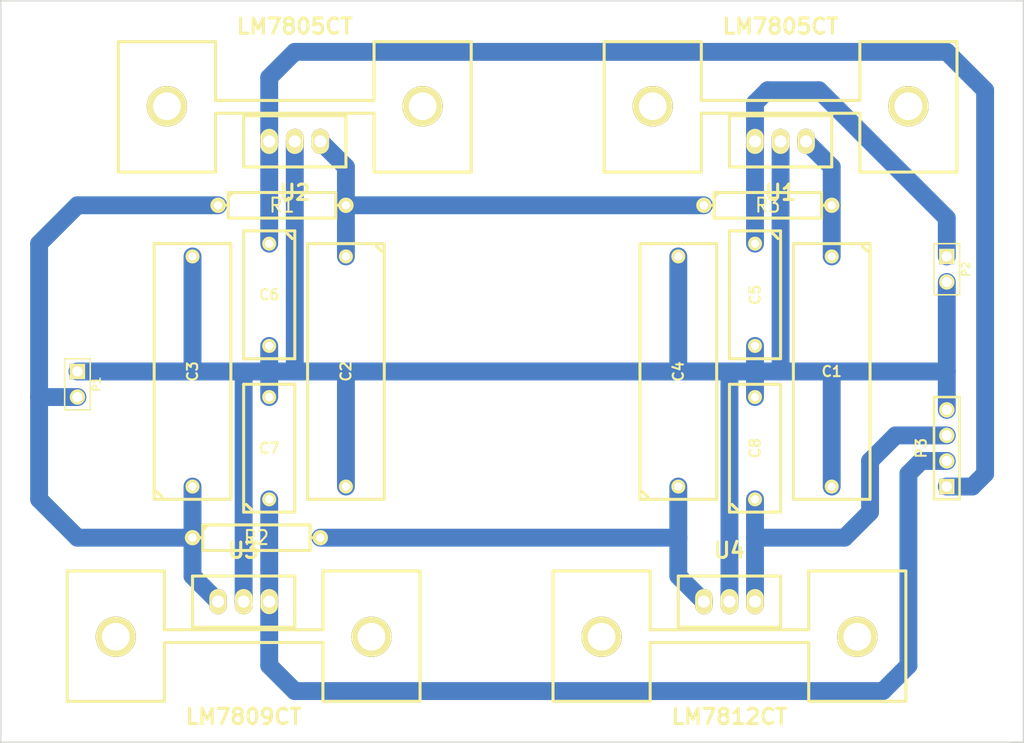
<source format=kicad_pcb>
(kicad_pcb (version 3) (host pcbnew "(2013-mar-25)-stable")

  (general
    (links 33)
    (no_connects 0)
    (area 159.944999 100.254999 259.155001 174.065001)
    (thickness 1.6)
    (drawings 11)
    (tracks 75)
    (zones 0)
    (modules 18)
    (nets 10)
  )

  (page A3)
  (layers
    (15 F.Cu signal)
    (0 B.Cu signal)
    (17 F.Adhes user)
    (19 F.Paste user)
    (21 F.SilkS user)
    (23 F.Mask user)
    (28 Edge.Cuts user)
  )

  (setup
    (last_trace_width 1.778)
    (trace_clearance 0.254)
    (zone_clearance 0.508)
    (zone_45_only no)
    (trace_min 0.254)
    (segment_width 0.2)
    (edge_width 0.15)
    (via_size 1.27)
    (via_drill 0.635)
    (via_min_size 0.889)
    (via_min_drill 0.508)
    (uvia_size 0.508)
    (uvia_drill 0.127)
    (uvias_allowed no)
    (uvia_min_size 0.508)
    (uvia_min_drill 0.127)
    (pcb_text_width 0.3)
    (pcb_text_size 1 1)
    (mod_edge_width 0.15)
    (mod_text_size 1 1)
    (mod_text_width 0.15)
    (pad_size 1 1)
    (pad_drill 0.6)
    (pad_to_mask_clearance 0)
    (aux_axis_origin 157.48 100.33)
    (visible_elements FFFFFBBF)
    (pcbplotparams
      (layerselection 3178497)
      (usegerberextensions true)
      (excludeedgelayer true)
      (linewidth 152400)
      (plotframeref false)
      (viasonmask false)
      (mode 1)
      (useauxorigin false)
      (hpglpennumber 1)
      (hpglpenspeed 20)
      (hpglpendiameter 15)
      (hpglpenoverlay 2)
      (psnegative false)
      (psa4output false)
      (plotreference true)
      (plotvalue true)
      (plotothertext true)
      (plotinvisibletext false)
      (padsonsilk false)
      (subtractmaskfromsilk false)
      (outputformat 1)
      (mirror false)
      (drillshape 1)
      (scaleselection 1)
      (outputdirectory ""))
  )

  (net 0 "")
  (net 1 +24V)
  (net 2 GND)
  (net 3 N-000001)
  (net 4 N-000002)
  (net 5 N-000003)
  (net 6 N-000004)
  (net 7 N-000005)
  (net 8 N-000008)
  (net 9 N-000009)

  (net_class Default "This is the default net class."
    (clearance 0.254)
    (trace_width 1.778)
    (via_dia 1.27)
    (via_drill 0.635)
    (uvia_dia 0.508)
    (uvia_drill 0.127)
    (add_net "")
    (add_net +24V)
    (add_net GND)
    (add_net N-000001)
    (add_net N-000002)
    (add_net N-000003)
    (add_net N-000004)
    (add_net N-000005)
    (add_net N-000008)
    (add_net N-000009)
  )

  (net_class Power ""
    (clearance 0.254)
    (trace_width 1.016)
    (via_dia 0.889)
    (via_drill 0.635)
    (uvia_dia 0.508)
    (uvia_drill 0.127)
  )

  (module PIN_ARRAY_4x1 (layer F.Cu) (tedit 4C10F42E) (tstamp 522F9905)
    (at 251.46 144.78 90)
    (descr "Double rangee de contacts 2 x 5 pins")
    (tags CONN)
    (path /522F911E)
    (fp_text reference P3 (at 0 -2.54 90) (layer F.SilkS)
      (effects (font (size 1.016 1.016) (thickness 0.2032)))
    )
    (fp_text value CONN_4 (at 0 2.54 90) (layer F.SilkS) hide
      (effects (font (size 1.016 1.016) (thickness 0.2032)))
    )
    (fp_line (start 5.08 1.27) (end -5.08 1.27) (layer F.SilkS) (width 0.254))
    (fp_line (start 5.08 -1.27) (end -5.08 -1.27) (layer F.SilkS) (width 0.254))
    (fp_line (start -5.08 -1.27) (end -5.08 1.27) (layer F.SilkS) (width 0.254))
    (fp_line (start 5.08 1.27) (end 5.08 -1.27) (layer F.SilkS) (width 0.254))
    (pad 1 thru_hole rect (at -3.81 0 90) (size 1.524 1.524) (drill 1.016)
      (layers *.Cu *.Mask F.SilkS)
      (net 9 N-000009)
    )
    (pad 2 thru_hole circle (at -1.27 0 90) (size 1.524 1.524) (drill 1.016)
      (layers *.Cu *.Mask F.SilkS)
      (net 4 N-000002)
    )
    (pad 3 thru_hole circle (at 1.27 0 90) (size 1.524 1.524) (drill 1.016)
      (layers *.Cu *.Mask F.SilkS)
      (net 8 N-000008)
    )
    (pad 4 thru_hole circle (at 3.81 0 90) (size 1.524 1.524) (drill 1.016)
      (layers *.Cu *.Mask F.SilkS)
      (net 2 GND)
    )
    (model pin_array\pins_array_4x1.wrl
      (at (xyz 0 0 0))
      (scale (xyz 1 1 1))
      (rotate (xyz 0 0 0))
    )
  )

  (module PIN_ARRAY_2X1 (layer F.Cu) (tedit 4565C520) (tstamp 522F990F)
    (at 251.46 127 270)
    (descr "Connecteurs 2 pins")
    (tags "CONN DEV")
    (path /522F90CC)
    (fp_text reference P2 (at 0 -1.905 270) (layer F.SilkS)
      (effects (font (size 0.762 0.762) (thickness 0.1524)))
    )
    (fp_text value CONN_2 (at 0 -1.905 270) (layer F.SilkS) hide
      (effects (font (size 0.762 0.762) (thickness 0.1524)))
    )
    (fp_line (start -2.54 1.27) (end -2.54 -1.27) (layer F.SilkS) (width 0.1524))
    (fp_line (start -2.54 -1.27) (end 2.54 -1.27) (layer F.SilkS) (width 0.1524))
    (fp_line (start 2.54 -1.27) (end 2.54 1.27) (layer F.SilkS) (width 0.1524))
    (fp_line (start 2.54 1.27) (end -2.54 1.27) (layer F.SilkS) (width 0.1524))
    (pad 1 thru_hole rect (at -1.27 0 270) (size 1.524 1.524) (drill 1.016)
      (layers *.Cu *.Mask F.SilkS)
      (net 6 N-000004)
    )
    (pad 2 thru_hole circle (at 1.27 0 270) (size 1.524 1.524) (drill 1.016)
      (layers *.Cu *.Mask F.SilkS)
      (net 2 GND)
    )
    (model pin_array/pins_array_2x1.wrl
      (at (xyz 0 0 0))
      (scale (xyz 1 1 1))
      (rotate (xyz 0 0 0))
    )
  )

  (module PIN_ARRAY_2X1 (layer F.Cu) (tedit 4565C520) (tstamp 522F9919)
    (at 165.1 138.43 270)
    (descr "Connecteurs 2 pins")
    (tags "CONN DEV")
    (path /522F93F9)
    (fp_text reference P1 (at 0 -1.905 270) (layer F.SilkS)
      (effects (font (size 0.762 0.762) (thickness 0.1524)))
    )
    (fp_text value CONN_2 (at 0 -1.905 270) (layer F.SilkS) hide
      (effects (font (size 0.762 0.762) (thickness 0.1524)))
    )
    (fp_line (start -2.54 1.27) (end -2.54 -1.27) (layer F.SilkS) (width 0.1524))
    (fp_line (start -2.54 -1.27) (end 2.54 -1.27) (layer F.SilkS) (width 0.1524))
    (fp_line (start 2.54 -1.27) (end 2.54 1.27) (layer F.SilkS) (width 0.1524))
    (fp_line (start 2.54 1.27) (end -2.54 1.27) (layer F.SilkS) (width 0.1524))
    (pad 1 thru_hole rect (at -1.27 0 270) (size 1.524 1.524) (drill 1.016)
      (layers *.Cu *.Mask F.SilkS)
      (net 2 GND)
    )
    (pad 2 thru_hole circle (at 1.27 0 270) (size 1.524 1.524) (drill 1.016)
      (layers *.Cu *.Mask F.SilkS)
      (net 1 +24V)
    )
    (model pin_array/pins_array_2x1.wrl
      (at (xyz 0 0 0))
      (scale (xyz 1 1 1))
      (rotate (xyz 0 0 0))
    )
  )

  (module C9 (layer F.Cu) (tedit 522FA179) (tstamp 522F9924)
    (at 240.03 137.16 270)
    (descr "Capacitor w9")
    (tags C)
    (path /522F8E8A)
    (fp_text reference C1 (at 0 0 360) (layer F.SilkS)
      (effects (font (size 1.016 1.016) (thickness 0.2032)))
    )
    (fp_text value 330nF (at 0 0 270) (layer F.SilkS) hide
      (effects (font (size 1.016 1.016) (thickness 0.2032)))
    )
    (fp_line (start -12.7 -3.81) (end 12.7 -3.81) (layer F.SilkS) (width 0.3))
    (fp_line (start 12.7 -3.81) (end 12.7 3.81) (layer F.SilkS) (width 0.3))
    (fp_line (start 12.7 3.81) (end -12.7 3.81) (layer F.SilkS) (width 0.3))
    (fp_line (start -12.7 3.81) (end -12.7 -3.81) (layer F.SilkS) (width 0.3))
    (fp_line (start -12.446 -3.048) (end -11.938 -3.556) (layer F.SilkS) (width 0.3048))
    (pad 1 thru_hole circle (at -11.43 0 270) (size 1.397 1.397) (drill 0.8128)
      (layers *.Cu *.Mask F.SilkS)
      (net 7 N-000005)
    )
    (pad 2 thru_hole circle (at 11.43 0 270) (size 1.397 1.397) (drill 0.8128)
      (layers *.Cu *.Mask F.SilkS)
      (net 2 GND)
    )
    (model discret/capa_2pas_5x5mm.wrl
      (at (xyz 0 0 0))
      (scale (xyz 1 1 1))
      (rotate (xyz 0 0 0))
    )
  )

  (module C9 (layer F.Cu) (tedit 522CB7ED) (tstamp 522F992F)
    (at 191.77 137.16 270)
    (descr "Capacitor w9")
    (tags C)
    (path /522F8EA8)
    (fp_text reference C2 (at 0 0 270) (layer F.SilkS)
      (effects (font (size 1.016 1.016) (thickness 0.2032)))
    )
    (fp_text value 330nF (at 0 0 270) (layer F.SilkS) hide
      (effects (font (size 1.016 1.016) (thickness 0.2032)))
    )
    (fp_line (start -12.7 -3.81) (end 12.7 -3.81) (layer F.SilkS) (width 0.3))
    (fp_line (start 12.7 -3.81) (end 12.7 3.81) (layer F.SilkS) (width 0.3))
    (fp_line (start 12.7 3.81) (end -12.7 3.81) (layer F.SilkS) (width 0.3))
    (fp_line (start -12.7 3.81) (end -12.7 -3.81) (layer F.SilkS) (width 0.3))
    (fp_line (start -12.446 -3.048) (end -11.938 -3.556) (layer F.SilkS) (width 0.3048))
    (pad 1 thru_hole circle (at -11.43 0 270) (size 1.397 1.397) (drill 0.8128)
      (layers *.Cu *.Mask F.SilkS)
      (net 5 N-000003)
    )
    (pad 2 thru_hole circle (at 11.43 0 270) (size 1.397 1.397) (drill 0.8128)
      (layers *.Cu *.Mask F.SilkS)
      (net 2 GND)
    )
    (model discret/capa_2pas_5x5mm.wrl
      (at (xyz 0 0 0))
      (scale (xyz 1 1 1))
      (rotate (xyz 0 0 0))
    )
  )

  (module C9 (layer F.Cu) (tedit 522CB7ED) (tstamp 522F993A)
    (at 176.53 137.16 90)
    (descr "Capacitor w9")
    (tags C)
    (path /522F8EC6)
    (fp_text reference C3 (at 0 0 90) (layer F.SilkS)
      (effects (font (size 1.016 1.016) (thickness 0.2032)))
    )
    (fp_text value 330nF (at 0 0 90) (layer F.SilkS) hide
      (effects (font (size 1.016 1.016) (thickness 0.2032)))
    )
    (fp_line (start -12.7 -3.81) (end 12.7 -3.81) (layer F.SilkS) (width 0.3))
    (fp_line (start 12.7 -3.81) (end 12.7 3.81) (layer F.SilkS) (width 0.3))
    (fp_line (start 12.7 3.81) (end -12.7 3.81) (layer F.SilkS) (width 0.3))
    (fp_line (start -12.7 3.81) (end -12.7 -3.81) (layer F.SilkS) (width 0.3))
    (fp_line (start -12.446 -3.048) (end -11.938 -3.556) (layer F.SilkS) (width 0.3048))
    (pad 1 thru_hole circle (at -11.43 0 90) (size 1.397 1.397) (drill 0.8128)
      (layers *.Cu *.Mask F.SilkS)
      (net 1 +24V)
    )
    (pad 2 thru_hole circle (at 11.43 0 90) (size 1.397 1.397) (drill 0.8128)
      (layers *.Cu *.Mask F.SilkS)
      (net 2 GND)
    )
    (model discret/capa_2pas_5x5mm.wrl
      (at (xyz 0 0 0))
      (scale (xyz 1 1 1))
      (rotate (xyz 0 0 0))
    )
  )

  (module C9 (layer F.Cu) (tedit 522CB7ED) (tstamp 522F9945)
    (at 224.79 137.16 90)
    (descr "Capacitor w9")
    (tags C)
    (path /522F8EE4)
    (fp_text reference C4 (at 0 0 90) (layer F.SilkS)
      (effects (font (size 1.016 1.016) (thickness 0.2032)))
    )
    (fp_text value 330nF (at 0 0 90) (layer F.SilkS) hide
      (effects (font (size 1.016 1.016) (thickness 0.2032)))
    )
    (fp_line (start -12.7 -3.81) (end 12.7 -3.81) (layer F.SilkS) (width 0.3))
    (fp_line (start 12.7 -3.81) (end 12.7 3.81) (layer F.SilkS) (width 0.3))
    (fp_line (start 12.7 3.81) (end -12.7 3.81) (layer F.SilkS) (width 0.3))
    (fp_line (start -12.7 3.81) (end -12.7 -3.81) (layer F.SilkS) (width 0.3))
    (fp_line (start -12.446 -3.048) (end -11.938 -3.556) (layer F.SilkS) (width 0.3048))
    (pad 1 thru_hole circle (at -11.43 0 90) (size 1.397 1.397) (drill 0.8128)
      (layers *.Cu *.Mask F.SilkS)
      (net 3 N-000001)
    )
    (pad 2 thru_hole circle (at 11.43 0 90) (size 1.397 1.397) (drill 0.8128)
      (layers *.Cu *.Mask F.SilkS)
      (net 2 GND)
    )
    (model discret/capa_2pas_5x5mm.wrl
      (at (xyz 0 0 0))
      (scale (xyz 1 1 1))
      (rotate (xyz 0 0 0))
    )
  )

  (module C4 (layer F.Cu) (tedit 522CBC38) (tstamp 522F9950)
    (at 232.41 129.54 270)
    (descr "Capacitor w9")
    (tags C)
    (path /522F8E99)
    (fp_text reference C5 (at 0 0 270) (layer F.SilkS)
      (effects (font (size 1.016 1.016) (thickness 0.2032)))
    )
    (fp_text value 100nF (at 0 0 270) (layer F.SilkS) hide
      (effects (font (size 1.016 1.016) (thickness 0.2032)))
    )
    (fp_line (start -6.35 -2.54) (end 6.35 -2.54) (layer F.SilkS) (width 0.3))
    (fp_line (start 6.35 -2.54) (end 6.35 2.54) (layer F.SilkS) (width 0.3))
    (fp_line (start 6.35 2.54) (end -6.35 2.54) (layer F.SilkS) (width 0.3))
    (fp_line (start -6.35 2.54) (end -6.35 -2.54) (layer F.SilkS) (width 0.3))
    (fp_line (start -6.096 -1.778) (end -5.588 -2.286) (layer F.SilkS) (width 0.3048))
    (pad 1 thru_hole circle (at -5.08 0 270) (size 1.397 1.397) (drill 0.8128)
      (layers *.Cu *.Mask F.SilkS)
      (net 6 N-000004)
    )
    (pad 2 thru_hole circle (at 5.08 0 270) (size 1.397 1.397) (drill 0.8128)
      (layers *.Cu *.Mask F.SilkS)
      (net 2 GND)
    )
    (model discret/capa_2pas_5x5mm.wrl
      (at (xyz 0 0 0))
      (scale (xyz 1 1 1))
      (rotate (xyz 0 0 0))
    )
  )

  (module C4 (layer F.Cu) (tedit 522FA190) (tstamp 522F995B)
    (at 184.15 129.54 270)
    (descr "Capacitor w9")
    (tags C)
    (path /522F8EB7)
    (fp_text reference C6 (at 0 0 360) (layer F.SilkS)
      (effects (font (size 1.016 1.016) (thickness 0.2032)))
    )
    (fp_text value 100nF (at 0 0 270) (layer F.SilkS) hide
      (effects (font (size 1.016 1.016) (thickness 0.2032)))
    )
    (fp_line (start -6.35 -2.54) (end 6.35 -2.54) (layer F.SilkS) (width 0.3))
    (fp_line (start 6.35 -2.54) (end 6.35 2.54) (layer F.SilkS) (width 0.3))
    (fp_line (start 6.35 2.54) (end -6.35 2.54) (layer F.SilkS) (width 0.3))
    (fp_line (start -6.35 2.54) (end -6.35 -2.54) (layer F.SilkS) (width 0.3))
    (fp_line (start -6.096 -1.778) (end -5.588 -2.286) (layer F.SilkS) (width 0.3048))
    (pad 1 thru_hole circle (at -5.08 0 270) (size 1.397 1.397) (drill 0.8128)
      (layers *.Cu *.Mask F.SilkS)
      (net 9 N-000009)
    )
    (pad 2 thru_hole circle (at 5.08 0 270) (size 1.397 1.397) (drill 0.8128)
      (layers *.Cu *.Mask F.SilkS)
      (net 2 GND)
    )
    (model discret/capa_2pas_5x5mm.wrl
      (at (xyz 0 0 0))
      (scale (xyz 1 1 1))
      (rotate (xyz 0 0 0))
    )
  )

  (module C4 (layer F.Cu) (tedit 522FA082) (tstamp 522F9966)
    (at 184.15 144.78 90)
    (descr "Capacitor w9")
    (tags C)
    (path /522F8ED5)
    (fp_text reference C7 (at 0 0 180) (layer F.SilkS)
      (effects (font (size 1.016 1.016) (thickness 0.2032)))
    )
    (fp_text value 100nF (at 0 0 90) (layer F.SilkS) hide
      (effects (font (size 1.016 1.016) (thickness 0.2032)))
    )
    (fp_line (start -6.35 -2.54) (end 6.35 -2.54) (layer F.SilkS) (width 0.3))
    (fp_line (start 6.35 -2.54) (end 6.35 2.54) (layer F.SilkS) (width 0.3))
    (fp_line (start 6.35 2.54) (end -6.35 2.54) (layer F.SilkS) (width 0.3))
    (fp_line (start -6.35 2.54) (end -6.35 -2.54) (layer F.SilkS) (width 0.3))
    (fp_line (start -6.096 -1.778) (end -5.588 -2.286) (layer F.SilkS) (width 0.3048))
    (pad 1 thru_hole circle (at -5.08 0 90) (size 1.397 1.397) (drill 0.8128)
      (layers *.Cu *.Mask F.SilkS)
      (net 4 N-000002)
    )
    (pad 2 thru_hole circle (at 5.08 0 90) (size 1.397 1.397) (drill 0.8128)
      (layers *.Cu *.Mask F.SilkS)
      (net 2 GND)
    )
    (model discret/capa_2pas_5x5mm.wrl
      (at (xyz 0 0 0))
      (scale (xyz 1 1 1))
      (rotate (xyz 0 0 0))
    )
  )

  (module C4 (layer F.Cu) (tedit 522FA1AC) (tstamp 522F9971)
    (at 232.41 144.78 90)
    (descr "Capacitor w9")
    (tags C)
    (path /522F8EF3)
    (fp_text reference C8 (at 0 0 90) (layer F.SilkS)
      (effects (font (size 1.016 1.016) (thickness 0.2032)))
    )
    (fp_text value 100nF (at 0 0 90) (layer F.SilkS) hide
      (effects (font (size 1.016 1.016) (thickness 0.2032)))
    )
    (fp_line (start -6.35 -2.54) (end 6.35 -2.54) (layer F.SilkS) (width 0.3))
    (fp_line (start 6.35 -2.54) (end 6.35 2.54) (layer F.SilkS) (width 0.3))
    (fp_line (start 6.35 2.54) (end -6.35 2.54) (layer F.SilkS) (width 0.3))
    (fp_line (start -6.35 2.54) (end -6.35 -2.54) (layer F.SilkS) (width 0.3))
    (fp_line (start -6.096 -1.778) (end -5.588 -2.286) (layer F.SilkS) (width 0.3048))
    (pad 1 thru_hole circle (at -5.08 0 90) (size 1.397 1.397) (drill 0.8128)
      (layers *.Cu *.Mask F.SilkS)
      (net 8 N-000008)
    )
    (pad 2 thru_hole circle (at 5.08 0 90) (size 1.397 1.397) (drill 0.8128)
      (layers *.Cu *.Mask F.SilkS)
      (net 2 GND)
    )
    (model discret/capa_2pas_5x5mm.wrl
      (at (xyz 0 0 0))
      (scale (xyz 1 1 1))
      (rotate (xyz 0 0 0))
    )
  )

  (module to220_std_11cw (layer F.Cu) (tedit 521655F3) (tstamp 522F98CF)
    (at 234.95 114.3)
    (descr "TO220, standard design, with 11°C/W heat sink")
    (path /522F8E43)
    (fp_text reference U1 (at 0 5.08) (layer F.SilkS)
      (effects (font (size 1.524 1.524) (thickness 0.3048)))
    )
    (fp_text value LM7805CT (at 0 -11.43) (layer F.SilkS)
      (effects (font (size 1.524 1.524) (thickness 0.3048)))
    )
    (fp_line (start 17.526 -9.906) (end 7.874 -9.906) (layer F.SilkS) (width 0.3048))
    (fp_line (start -7.874 -9.906) (end -17.526 -9.906) (layer F.SilkS) (width 0.3048))
    (fp_line (start 7.874 -4.064) (end -7.874 -4.064) (layer F.SilkS) (width 0.3048))
    (fp_line (start -7.874 -9.906) (end -7.874 -4.064) (layer F.SilkS) (width 0.3048))
    (fp_line (start 7.874 -9.906) (end 7.874 -4.064) (layer F.SilkS) (width 0.3048))
    (fp_line (start -7.874 -2.794) (end -7.874 3.048) (layer F.SilkS) (width 0.3048))
    (fp_line (start 7.874 3.048) (end 7.874 -2.794) (layer F.SilkS) (width 0.3048))
    (fp_line (start -7.874 -2.794) (end 7.874 -2.794) (layer F.SilkS) (width 0.3048))
    (fp_line (start 7.874 3.048) (end 17.526 3.048) (layer F.SilkS) (width 0.3048))
    (fp_line (start -17.526 3.048) (end -7.874 3.048) (layer F.SilkS) (width 0.3048))
    (fp_line (start 17.526 -9.906) (end 17.526 3.048) (layer F.SilkS) (width 0.3048))
    (fp_line (start -17.526 -9.906) (end -17.526 3.048) (layer F.SilkS) (width 0.3048))
    (fp_line (start -5.08 -1.27) (end -5.08 2.54) (layer F.SilkS) (width 0.3048))
    (fp_line (start -5.08 2.54) (end 5.08 2.54) (layer F.SilkS) (width 0.3048))
    (fp_line (start 5.08 2.54) (end 5.08 -2.54) (layer F.SilkS) (width 0.3048))
    (fp_line (start 5.08 -2.54) (end -5.08 -2.54) (layer F.SilkS) (width 0.3048))
    (fp_line (start -5.08 -2.54) (end -5.08 -1.27) (layer F.SilkS) (width 0.3048))
    (pad 1 thru_hole oval (at 2.54 0) (size 1.74498 2.49936) (drill 1.19888)
      (layers *.Cu *.Mask F.SilkS)
      (net 7 N-000005)
    )
    (pad 2 thru_hole oval (at 0 0) (size 1.74752 2.49936) (drill 1.19888)
      (layers *.Cu *.Mask F.SilkS)
      (net 2 GND)
    )
    (pad 3 thru_hole oval (at -2.54 0) (size 1.74752 2.49936) (drill 1.19888)
      (layers *.Cu *.Mask F.SilkS)
      (net 6 N-000004)
    )
    (pad "" thru_hole circle (at 12.7 -3.4925) (size 4.0005 4.0005) (drill 2.74828)
      (layers *.Cu *.Mask F.SilkS)
    )
    (pad "" thru_hole circle (at -12.7 -3.4925) (size 4.0005 4.0005) (drill 2.74828)
      (layers *.Cu *.Mask F.SilkS)
    )
    (model walter/to/to220_std_11cw.wrl
      (at (xyz 0 0 0))
      (scale (xyz 1 1 1))
      (rotate (xyz 0 0 0))
    )
  )

  (module to220_std_11cw (layer F.Cu) (tedit 521655F3) (tstamp 522F98DD)
    (at 186.69 114.3)
    (descr "TO220, standard design, with 11°C/W heat sink")
    (path /522F8E52)
    (fp_text reference U2 (at 0 5.08) (layer F.SilkS)
      (effects (font (size 1.524 1.524) (thickness 0.3048)))
    )
    (fp_text value LM7805CT (at 0 -11.43) (layer F.SilkS)
      (effects (font (size 1.524 1.524) (thickness 0.3048)))
    )
    (fp_line (start 17.526 -9.906) (end 7.874 -9.906) (layer F.SilkS) (width 0.3048))
    (fp_line (start -7.874 -9.906) (end -17.526 -9.906) (layer F.SilkS) (width 0.3048))
    (fp_line (start 7.874 -4.064) (end -7.874 -4.064) (layer F.SilkS) (width 0.3048))
    (fp_line (start -7.874 -9.906) (end -7.874 -4.064) (layer F.SilkS) (width 0.3048))
    (fp_line (start 7.874 -9.906) (end 7.874 -4.064) (layer F.SilkS) (width 0.3048))
    (fp_line (start -7.874 -2.794) (end -7.874 3.048) (layer F.SilkS) (width 0.3048))
    (fp_line (start 7.874 3.048) (end 7.874 -2.794) (layer F.SilkS) (width 0.3048))
    (fp_line (start -7.874 -2.794) (end 7.874 -2.794) (layer F.SilkS) (width 0.3048))
    (fp_line (start 7.874 3.048) (end 17.526 3.048) (layer F.SilkS) (width 0.3048))
    (fp_line (start -17.526 3.048) (end -7.874 3.048) (layer F.SilkS) (width 0.3048))
    (fp_line (start 17.526 -9.906) (end 17.526 3.048) (layer F.SilkS) (width 0.3048))
    (fp_line (start -17.526 -9.906) (end -17.526 3.048) (layer F.SilkS) (width 0.3048))
    (fp_line (start -5.08 -1.27) (end -5.08 2.54) (layer F.SilkS) (width 0.3048))
    (fp_line (start -5.08 2.54) (end 5.08 2.54) (layer F.SilkS) (width 0.3048))
    (fp_line (start 5.08 2.54) (end 5.08 -2.54) (layer F.SilkS) (width 0.3048))
    (fp_line (start 5.08 -2.54) (end -5.08 -2.54) (layer F.SilkS) (width 0.3048))
    (fp_line (start -5.08 -2.54) (end -5.08 -1.27) (layer F.SilkS) (width 0.3048))
    (pad 1 thru_hole oval (at 2.54 0) (size 1.74498 2.49936) (drill 1.19888)
      (layers *.Cu *.Mask F.SilkS)
      (net 5 N-000003)
    )
    (pad 2 thru_hole oval (at 0 0) (size 1.74752 2.49936) (drill 1.19888)
      (layers *.Cu *.Mask F.SilkS)
      (net 2 GND)
    )
    (pad 3 thru_hole oval (at -2.54 0) (size 1.74752 2.49936) (drill 1.19888)
      (layers *.Cu *.Mask F.SilkS)
      (net 9 N-000009)
    )
    (pad "" thru_hole circle (at 12.7 -3.4925) (size 4.0005 4.0005) (drill 2.74828)
      (layers *.Cu *.Mask F.SilkS)
    )
    (pad "" thru_hole circle (at -12.7 -3.4925) (size 4.0005 4.0005) (drill 2.74828)
      (layers *.Cu *.Mask F.SilkS)
    )
    (model walter/to/to220_std_11cw.wrl
      (at (xyz 0 0 0))
      (scale (xyz 1 1 1))
      (rotate (xyz 0 0 0))
    )
  )

  (module to220_std_11cw (layer F.Cu) (tedit 521655F3) (tstamp 522F98EB)
    (at 181.61 160.02 180)
    (descr "TO220, standard design, with 11°C/W heat sink")
    (path /522F8E65)
    (fp_text reference U3 (at 0 5.08 180) (layer F.SilkS)
      (effects (font (size 1.524 1.524) (thickness 0.3048)))
    )
    (fp_text value LM7809CT (at 0 -11.43 180) (layer F.SilkS)
      (effects (font (size 1.524 1.524) (thickness 0.3048)))
    )
    (fp_line (start 17.526 -9.906) (end 7.874 -9.906) (layer F.SilkS) (width 0.3048))
    (fp_line (start -7.874 -9.906) (end -17.526 -9.906) (layer F.SilkS) (width 0.3048))
    (fp_line (start 7.874 -4.064) (end -7.874 -4.064) (layer F.SilkS) (width 0.3048))
    (fp_line (start -7.874 -9.906) (end -7.874 -4.064) (layer F.SilkS) (width 0.3048))
    (fp_line (start 7.874 -9.906) (end 7.874 -4.064) (layer F.SilkS) (width 0.3048))
    (fp_line (start -7.874 -2.794) (end -7.874 3.048) (layer F.SilkS) (width 0.3048))
    (fp_line (start 7.874 3.048) (end 7.874 -2.794) (layer F.SilkS) (width 0.3048))
    (fp_line (start -7.874 -2.794) (end 7.874 -2.794) (layer F.SilkS) (width 0.3048))
    (fp_line (start 7.874 3.048) (end 17.526 3.048) (layer F.SilkS) (width 0.3048))
    (fp_line (start -17.526 3.048) (end -7.874 3.048) (layer F.SilkS) (width 0.3048))
    (fp_line (start 17.526 -9.906) (end 17.526 3.048) (layer F.SilkS) (width 0.3048))
    (fp_line (start -17.526 -9.906) (end -17.526 3.048) (layer F.SilkS) (width 0.3048))
    (fp_line (start -5.08 -1.27) (end -5.08 2.54) (layer F.SilkS) (width 0.3048))
    (fp_line (start -5.08 2.54) (end 5.08 2.54) (layer F.SilkS) (width 0.3048))
    (fp_line (start 5.08 2.54) (end 5.08 -2.54) (layer F.SilkS) (width 0.3048))
    (fp_line (start 5.08 -2.54) (end -5.08 -2.54) (layer F.SilkS) (width 0.3048))
    (fp_line (start -5.08 -2.54) (end -5.08 -1.27) (layer F.SilkS) (width 0.3048))
    (pad 1 thru_hole oval (at 2.54 0 180) (size 1.74498 2.49936) (drill 1.19888)
      (layers *.Cu *.Mask F.SilkS)
      (net 1 +24V)
    )
    (pad 2 thru_hole oval (at 0 0 180) (size 1.74752 2.49936) (drill 1.19888)
      (layers *.Cu *.Mask F.SilkS)
      (net 2 GND)
    )
    (pad 3 thru_hole oval (at -2.54 0 180) (size 1.74752 2.49936) (drill 1.19888)
      (layers *.Cu *.Mask F.SilkS)
      (net 4 N-000002)
    )
    (pad "" thru_hole circle (at 12.7 -3.4925 180) (size 4.0005 4.0005) (drill 2.74828)
      (layers *.Cu *.Mask F.SilkS)
    )
    (pad "" thru_hole circle (at -12.7 -3.4925 180) (size 4.0005 4.0005) (drill 2.74828)
      (layers *.Cu *.Mask F.SilkS)
    )
    (model walter/to/to220_std_11cw.wrl
      (at (xyz 0 0 0))
      (scale (xyz 1 1 1))
      (rotate (xyz 0 0 0))
    )
  )

  (module to220_std_11cw (layer F.Cu) (tedit 521655F3) (tstamp 522F98F9)
    (at 229.87 160.02 180)
    (descr "TO220, standard design, with 11°C/W heat sink")
    (path /522F8E7B)
    (fp_text reference U4 (at 0 5.08 180) (layer F.SilkS)
      (effects (font (size 1.524 1.524) (thickness 0.3048)))
    )
    (fp_text value LM7812CT (at 0 -11.43 180) (layer F.SilkS)
      (effects (font (size 1.524 1.524) (thickness 0.3048)))
    )
    (fp_line (start 17.526 -9.906) (end 7.874 -9.906) (layer F.SilkS) (width 0.3048))
    (fp_line (start -7.874 -9.906) (end -17.526 -9.906) (layer F.SilkS) (width 0.3048))
    (fp_line (start 7.874 -4.064) (end -7.874 -4.064) (layer F.SilkS) (width 0.3048))
    (fp_line (start -7.874 -9.906) (end -7.874 -4.064) (layer F.SilkS) (width 0.3048))
    (fp_line (start 7.874 -9.906) (end 7.874 -4.064) (layer F.SilkS) (width 0.3048))
    (fp_line (start -7.874 -2.794) (end -7.874 3.048) (layer F.SilkS) (width 0.3048))
    (fp_line (start 7.874 3.048) (end 7.874 -2.794) (layer F.SilkS) (width 0.3048))
    (fp_line (start -7.874 -2.794) (end 7.874 -2.794) (layer F.SilkS) (width 0.3048))
    (fp_line (start 7.874 3.048) (end 17.526 3.048) (layer F.SilkS) (width 0.3048))
    (fp_line (start -17.526 3.048) (end -7.874 3.048) (layer F.SilkS) (width 0.3048))
    (fp_line (start 17.526 -9.906) (end 17.526 3.048) (layer F.SilkS) (width 0.3048))
    (fp_line (start -17.526 -9.906) (end -17.526 3.048) (layer F.SilkS) (width 0.3048))
    (fp_line (start -5.08 -1.27) (end -5.08 2.54) (layer F.SilkS) (width 0.3048))
    (fp_line (start -5.08 2.54) (end 5.08 2.54) (layer F.SilkS) (width 0.3048))
    (fp_line (start 5.08 2.54) (end 5.08 -2.54) (layer F.SilkS) (width 0.3048))
    (fp_line (start 5.08 -2.54) (end -5.08 -2.54) (layer F.SilkS) (width 0.3048))
    (fp_line (start -5.08 -2.54) (end -5.08 -1.27) (layer F.SilkS) (width 0.3048))
    (pad 1 thru_hole oval (at 2.54 0 180) (size 1.74498 2.49936) (drill 1.19888)
      (layers *.Cu *.Mask F.SilkS)
      (net 3 N-000001)
    )
    (pad 2 thru_hole oval (at 0 0 180) (size 1.74752 2.49936) (drill 1.19888)
      (layers *.Cu *.Mask F.SilkS)
      (net 2 GND)
    )
    (pad 3 thru_hole oval (at -2.54 0 180) (size 1.74752 2.49936) (drill 1.19888)
      (layers *.Cu *.Mask F.SilkS)
      (net 8 N-000008)
    )
    (pad "" thru_hole circle (at 12.7 -3.4925 180) (size 4.0005 4.0005) (drill 2.74828)
      (layers *.Cu *.Mask F.SilkS)
    )
    (pad "" thru_hole circle (at -12.7 -3.4925 180) (size 4.0005 4.0005) (drill 2.74828)
      (layers *.Cu *.Mask F.SilkS)
    )
    (model walter/to/to220_std_11cw.wrl
      (at (xyz 0 0 0))
      (scale (xyz 1 1 1))
      (rotate (xyz 0 0 0))
    )
  )

  (module R5 (layer F.Cu) (tedit 200000) (tstamp 524A0A63)
    (at 185.42 120.65)
    (descr "Resistance 5 pas")
    (tags R)
    (path /524A07A1)
    (autoplace_cost180 10)
    (fp_text reference R1 (at 0 0) (layer F.SilkS)
      (effects (font (size 1.397 1.27) (thickness 0.2032)))
    )
    (fp_text value 0R (at 0 0) (layer F.SilkS) hide
      (effects (font (size 1.397 1.27) (thickness 0.2032)))
    )
    (fp_line (start -6.35 0) (end -5.334 0) (layer F.SilkS) (width 0.3048))
    (fp_line (start 6.35 0) (end 5.334 0) (layer F.SilkS) (width 0.3048))
    (fp_line (start 5.334 -1.27) (end 5.334 1.27) (layer F.SilkS) (width 0.3048))
    (fp_line (start 5.334 1.27) (end -5.334 1.27) (layer F.SilkS) (width 0.3048))
    (fp_line (start -5.334 1.27) (end -5.334 -1.27) (layer F.SilkS) (width 0.3048))
    (fp_line (start -5.334 -1.27) (end 5.334 -1.27) (layer F.SilkS) (width 0.3048))
    (fp_line (start -5.334 -0.762) (end -4.826 -1.27) (layer F.SilkS) (width 0.3048))
    (pad 1 thru_hole circle (at -6.35 0) (size 1.524 1.524) (drill 0.8128)
      (layers *.Cu *.Mask F.SilkS)
      (net 1 +24V)
    )
    (pad 2 thru_hole circle (at 6.35 0) (size 1.524 1.524) (drill 0.8128)
      (layers *.Cu *.Mask F.SilkS)
      (net 5 N-000003)
    )
    (model discret/resistor.wrl
      (at (xyz 0 0 0))
      (scale (xyz 0.5 0.5 0.5))
      (rotate (xyz 0 0 0))
    )
  )

  (module R5 (layer F.Cu) (tedit 200000) (tstamp 524A0B9D)
    (at 182.88 153.67)
    (descr "Resistance 5 pas")
    (tags R)
    (path /524A08E7)
    (autoplace_cost180 10)
    (fp_text reference R2 (at 0 0) (layer F.SilkS)
      (effects (font (size 1.397 1.27) (thickness 0.2032)))
    )
    (fp_text value 0R (at 0 0) (layer F.SilkS) hide
      (effects (font (size 1.397 1.27) (thickness 0.2032)))
    )
    (fp_line (start -6.35 0) (end -5.334 0) (layer F.SilkS) (width 0.3048))
    (fp_line (start 6.35 0) (end 5.334 0) (layer F.SilkS) (width 0.3048))
    (fp_line (start 5.334 -1.27) (end 5.334 1.27) (layer F.SilkS) (width 0.3048))
    (fp_line (start 5.334 1.27) (end -5.334 1.27) (layer F.SilkS) (width 0.3048))
    (fp_line (start -5.334 1.27) (end -5.334 -1.27) (layer F.SilkS) (width 0.3048))
    (fp_line (start -5.334 -1.27) (end 5.334 -1.27) (layer F.SilkS) (width 0.3048))
    (fp_line (start -5.334 -0.762) (end -4.826 -1.27) (layer F.SilkS) (width 0.3048))
    (pad 1 thru_hole circle (at -6.35 0) (size 1.524 1.524) (drill 0.8128)
      (layers *.Cu *.Mask F.SilkS)
      (net 1 +24V)
    )
    (pad 2 thru_hole circle (at 6.35 0) (size 1.524 1.524) (drill 0.8128)
      (layers *.Cu *.Mask F.SilkS)
      (net 3 N-000001)
    )
    (model discret/resistor.wrl
      (at (xyz 0 0 0))
      (scale (xyz 0.5 0.5 0.5))
      (rotate (xyz 0 0 0))
    )
  )

  (module R5 (layer F.Cu) (tedit 200000) (tstamp 524A0C64)
    (at 233.68 120.65)
    (descr "Resistance 5 pas")
    (tags R)
    (path /524A0C02)
    (autoplace_cost180 10)
    (fp_text reference R3 (at 0 0) (layer F.SilkS)
      (effects (font (size 1.397 1.27) (thickness 0.2032)))
    )
    (fp_text value 0R (at 0 0) (layer F.SilkS) hide
      (effects (font (size 1.397 1.27) (thickness 0.2032)))
    )
    (fp_line (start -6.35 0) (end -5.334 0) (layer F.SilkS) (width 0.3048))
    (fp_line (start 6.35 0) (end 5.334 0) (layer F.SilkS) (width 0.3048))
    (fp_line (start 5.334 -1.27) (end 5.334 1.27) (layer F.SilkS) (width 0.3048))
    (fp_line (start 5.334 1.27) (end -5.334 1.27) (layer F.SilkS) (width 0.3048))
    (fp_line (start -5.334 1.27) (end -5.334 -1.27) (layer F.SilkS) (width 0.3048))
    (fp_line (start -5.334 -1.27) (end 5.334 -1.27) (layer F.SilkS) (width 0.3048))
    (fp_line (start -5.334 -0.762) (end -4.826 -1.27) (layer F.SilkS) (width 0.3048))
    (pad 1 thru_hole circle (at -6.35 0) (size 1.524 1.524) (drill 0.8128)
      (layers *.Cu *.Mask F.SilkS)
      (net 5 N-000003)
    )
    (pad 2 thru_hole circle (at 6.35 0) (size 1.524 1.524) (drill 0.8128)
      (layers *.Cu *.Mask F.SilkS)
      (net 7 N-000005)
    )
    (model discret/resistor.wrl
      (at (xyz 0 0 0))
      (scale (xyz 0.5 0.5 0.5))
      (rotate (xyz 0 0 0))
    )
  )

  (gr_line (start 257.81 100.33) (end 259.08 100.33) (angle 90) (layer Edge.Cuts) (width 0.15))
  (gr_line (start 257.81 173.99) (end 259.08 173.99) (angle 90) (layer Edge.Cuts) (width 0.15))
  (gr_line (start 161.29 173.99) (end 160.02 173.99) (angle 90) (layer Edge.Cuts) (width 0.15))
  (gr_line (start 161.29 100.33) (end 160.02 100.33) (angle 90) (layer Edge.Cuts) (width 0.15))
  (gr_line (start 160.02 173.99) (end 157.48 173.99) (angle 90) (layer Edge.Cuts) (width 0.15))
  (gr_line (start 160.02 100.33) (end 157.48 100.33) (angle 90) (layer Edge.Cuts) (width 0.15))
  (gr_line (start 157.48 173.99) (end 157.48 135.89) (angle 90) (layer Edge.Cuts) (width 0.15))
  (gr_line (start 257.81 173.99) (end 161.29 173.99) (angle 90) (layer Edge.Cuts) (width 0.15))
  (gr_line (start 259.08 100.33) (end 259.08 173.99) (angle 90) (layer Edge.Cuts) (width 0.15))
  (gr_line (start 161.29 100.33) (end 257.81 100.33) (angle 90) (layer Edge.Cuts) (width 0.15))
  (gr_line (start 157.48 135.89) (end 157.48 100.33) (angle 90) (layer Edge.Cuts) (width 0.15))

  (segment (start 165.1 139.7) (end 161.29 139.7) (width 1.778) (layer B.Cu) (net 1))
  (segment (start 179.07 120.65) (end 165.1 120.65) (width 1.778) (layer B.Cu) (net 1))
  (segment (start 165.1 153.67) (end 176.53 153.67) (width 1.778) (layer B.Cu) (net 1) (tstamp 524AEEC4))
  (segment (start 161.29 149.86) (end 165.1 153.67) (width 1.778) (layer B.Cu) (net 1) (tstamp 524AEEBF))
  (segment (start 161.29 124.46) (end 161.29 139.7) (width 1.778) (layer B.Cu) (net 1) (tstamp 524AEEB6))
  (segment (start 161.29 139.7) (end 161.29 149.86) (width 1.778) (layer B.Cu) (net 1) (tstamp 524AEED0))
  (segment (start 165.1 120.65) (end 161.29 124.46) (width 1.778) (layer B.Cu) (net 1) (tstamp 524AEEB4))
  (segment (start 176.53 153.67) (end 176.53 148.59) (width 1.778) (layer B.Cu) (net 1))
  (segment (start 176.53 153.67) (end 176.53 157.48) (width 1.778) (layer B.Cu) (net 1))
  (segment (start 176.53 157.48) (end 179.07 160.02) (width 1.778) (layer B.Cu) (net 1) (tstamp 524AED14))
  (segment (start 234.95 114.3) (end 234.95 137.16) (width 1.778) (layer B.Cu) (net 2) (status 400000))
  (segment (start 229.87 160.02) (end 229.87 137.16) (width 1.778) (layer B.Cu) (net 2) (status 400000))
  (segment (start 181.61 160.02) (end 181.61 137.16) (width 1.778) (layer B.Cu) (net 2) (status 400000))
  (segment (start 186.69 114.3) (end 186.69 137.16) (width 1.778) (layer B.Cu) (net 2) (status 400000))
  (segment (start 176.53 125.73) (end 176.53 137.16) (width 1.778) (layer B.Cu) (net 2) (status 400000))
  (segment (start 184.15 134.62) (end 184.15 137.16) (width 1.778) (layer B.Cu) (net 2) (status 400000))
  (segment (start 184.15 139.7) (end 184.15 137.16) (width 1.778) (layer B.Cu) (net 2))
  (segment (start 191.77 148.59) (end 191.77 137.16) (width 1.778) (layer B.Cu) (net 2))
  (segment (start 224.79 125.73) (end 224.79 137.16) (width 1.778) (layer B.Cu) (net 2))
  (segment (start 232.41 134.62) (end 232.41 137.16) (width 1.778) (layer B.Cu) (net 2))
  (segment (start 232.41 139.7) (end 232.41 137.16) (width 1.778) (layer B.Cu) (net 2))
  (segment (start 240.03 148.59) (end 240.03 137.16) (width 1.778) (layer B.Cu) (net 2))
  (segment (start 251.46 140.97) (end 251.46 137.16) (width 1.778) (layer B.Cu) (net 2))
  (segment (start 165.1 137.16) (end 176.53 137.16) (width 1.778) (layer B.Cu) (net 2))
  (segment (start 176.53 137.16) (end 181.61 137.16) (width 1.778) (layer B.Cu) (net 2) (tstamp 524B38DF))
  (segment (start 181.61 137.16) (end 184.15 137.16) (width 1.778) (layer B.Cu) (net 2) (tstamp 524B38EC))
  (segment (start 184.15 137.16) (end 186.69 137.16) (width 1.778) (layer B.Cu) (net 2) (tstamp 524B38D3))
  (segment (start 186.69 137.16) (end 191.77 137.16) (width 1.778) (layer B.Cu) (net 2) (tstamp 524B38E6))
  (segment (start 191.77 137.16) (end 224.79 137.16) (width 1.778) (layer B.Cu) (net 2) (tstamp 524B38CF))
  (segment (start 224.79 137.16) (end 229.87 137.16) (width 1.778) (layer B.Cu) (net 2) (tstamp 524B38CB))
  (segment (start 229.87 137.16) (end 232.41 137.16) (width 1.778) (layer B.Cu) (net 2) (tstamp 524B38F0))
  (segment (start 232.41 137.16) (end 234.95 137.16) (width 1.778) (layer B.Cu) (net 2) (tstamp 524B38C5))
  (segment (start 234.95 137.16) (end 240.03 137.16) (width 1.778) (layer B.Cu) (net 2) (tstamp 524B38F9))
  (segment (start 240.03 137.16) (end 251.46 137.16) (width 1.778) (layer B.Cu) (net 2) (tstamp 524B38C1))
  (segment (start 251.46 137.16) (end 251.46 128.27) (width 1.778) (layer B.Cu) (net 2) (tstamp 524B38B0))
  (segment (start 189.23 153.67) (end 224.79 153.67) (width 1.778) (layer B.Cu) (net 3))
  (segment (start 224.79 148.59) (end 224.79 153.67) (width 1.778) (layer B.Cu) (net 3))
  (segment (start 224.79 153.67) (end 224.79 157.48) (width 1.778) (layer B.Cu) (net 3) (tstamp 524AEDB6))
  (segment (start 224.79 157.48) (end 227.33 160.02) (width 1.778) (layer B.Cu) (net 3) (tstamp 524AEDAD))
  (segment (start 184.15 160.02) (end 184.15 166.37) (width 1.778) (layer B.Cu) (net 4))
  (segment (start 248.92 146.05) (end 251.46 146.05) (width 1.778) (layer B.Cu) (net 4) (tstamp 524AEDFD))
  (segment (start 247.65 147.32) (end 248.92 146.05) (width 1.778) (layer B.Cu) (net 4) (tstamp 524AEDFA))
  (segment (start 247.65 166.37) (end 247.65 147.32) (width 1.778) (layer B.Cu) (net 4) (tstamp 524AEDF3))
  (segment (start 245.11 168.91) (end 247.65 166.37) (width 1.778) (layer B.Cu) (net 4) (tstamp 524AEDED))
  (segment (start 186.69 168.91) (end 245.11 168.91) (width 1.778) (layer B.Cu) (net 4) (tstamp 524AEDCD))
  (segment (start 184.15 166.37) (end 186.69 168.91) (width 1.778) (layer B.Cu) (net 4) (tstamp 524AEDC7))
  (segment (start 184.15 160.02) (end 184.15 149.86) (width 1.778) (layer B.Cu) (net 4))
  (segment (start 227.33 120.65) (end 191.77 120.65) (width 1.778) (layer B.Cu) (net 5))
  (segment (start 191.77 120.65) (end 191.77 125.73) (width 1.778) (layer B.Cu) (net 5))
  (segment (start 191.77 120.65) (end 191.77 116.84) (width 1.778) (layer B.Cu) (net 5))
  (segment (start 191.77 116.84) (end 189.23 114.3) (width 1.778) (layer B.Cu) (net 5) (tstamp 524AED44))
  (segment (start 232.41 114.3) (end 232.41 110.49) (width 1.778) (layer B.Cu) (net 6))
  (segment (start 251.46 121.92) (end 251.46 125.73) (width 1.778) (layer B.Cu) (net 6) (tstamp 524AEE2B))
  (segment (start 238.76 109.22) (end 251.46 121.92) (width 1.778) (layer B.Cu) (net 6) (tstamp 524AEE14))
  (segment (start 233.68 109.22) (end 238.76 109.22) (width 1.778) (layer B.Cu) (net 6) (tstamp 524AEE0E))
  (segment (start 232.41 110.49) (end 233.68 109.22) (width 1.778) (layer B.Cu) (net 6) (tstamp 524AEE0A))
  (segment (start 232.41 124.46) (end 232.41 114.3) (width 1.778) (layer B.Cu) (net 6))
  (segment (start 240.03 120.65) (end 240.03 125.73) (width 1.778) (layer B.Cu) (net 7))
  (segment (start 240.03 120.65) (end 240.03 116.84) (width 1.778) (layer B.Cu) (net 7))
  (segment (start 240.03 116.84) (end 237.49 114.3) (width 1.778) (layer B.Cu) (net 7) (tstamp 524AED62))
  (segment (start 251.46 143.51) (end 246.38 143.51) (width 1.778) (layer B.Cu) (net 8))
  (segment (start 241.3 153.67) (end 232.41 153.67) (width 1.778) (layer B.Cu) (net 8) (tstamp 524AED95))
  (segment (start 243.84 151.13) (end 241.3 153.67) (width 1.778) (layer B.Cu) (net 8) (tstamp 524AED91))
  (segment (start 243.84 146.05) (end 243.84 151.13) (width 1.778) (layer B.Cu) (net 8) (tstamp 524AED8C))
  (segment (start 246.38 143.51) (end 243.84 146.05) (width 1.778) (layer B.Cu) (net 8) (tstamp 524AED7E))
  (segment (start 232.41 160.02) (end 232.41 153.67) (width 1.778) (layer B.Cu) (net 8))
  (segment (start 232.41 153.67) (end 232.41 149.86) (width 1.778) (layer B.Cu) (net 8) (tstamp 524AED99))
  (segment (start 184.15 114.3) (end 184.15 107.95) (width 1.778) (layer B.Cu) (net 9))
  (segment (start 254 148.59) (end 251.46 148.59) (width 1.778) (layer B.Cu) (net 9) (tstamp 524AEE97))
  (segment (start 255.27 147.32) (end 254 148.59) (width 1.778) (layer B.Cu) (net 9) (tstamp 524AEE92))
  (segment (start 255.27 109.22) (end 255.27 147.32) (width 1.778) (layer B.Cu) (net 9) (tstamp 524AEE81))
  (segment (start 251.46 105.41) (end 255.27 109.22) (width 1.778) (layer B.Cu) (net 9) (tstamp 524AEE7A))
  (segment (start 186.69 105.41) (end 251.46 105.41) (width 1.778) (layer B.Cu) (net 9) (tstamp 524AEE70))
  (segment (start 184.15 107.95) (end 186.69 105.41) (width 1.778) (layer B.Cu) (net 9) (tstamp 524AEE6C))
  (segment (start 184.15 124.46) (end 184.15 114.3) (width 1.778) (layer B.Cu) (net 9))

)

</source>
